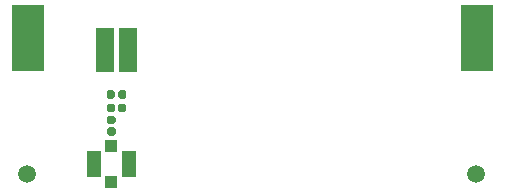
<source format=gbr>
%TF.GenerationSoftware,KiCad,Pcbnew,5.1.6+dfsg1-1~bpo10+1*%
%TF.CreationDate,2021-03-29T13:25:19-04:00*%
%TF.ProjectId,RUSP_Antenna,52555350-5f41-46e7-9465-6e6e612e6b69,rev?*%
%TF.SameCoordinates,Original*%
%TF.FileFunction,Soldermask,Top*%
%TF.FilePolarity,Negative*%
%FSLAX46Y46*%
G04 Gerber Fmt 4.6, Leading zero omitted, Abs format (unit mm)*
G04 Created by KiCad (PCBNEW 5.1.6+dfsg1-1~bpo10+1) date 2021-03-29 13:25:19*
%MOMM*%
%LPD*%
G01*
G04 APERTURE LIST*
%ADD10C,1.500000*%
%ADD11R,1.150000X2.300000*%
%ADD12R,1.100000X1.100000*%
%ADD13R,2.700000X5.700000*%
%ADD14R,1.500000X3.800000*%
G04 APERTURE END LIST*
%TO.C,C2*%
G36*
G01*
X133440000Y-98397500D02*
X133440000Y-98002500D01*
G75*
G02*
X133612500Y-97830000I172500J0D01*
G01*
X133957500Y-97830000D01*
G75*
G02*
X134130000Y-98002500I0J-172500D01*
G01*
X134130000Y-98397500D01*
G75*
G02*
X133957500Y-98570000I-172500J0D01*
G01*
X133612500Y-98570000D01*
G75*
G02*
X133440000Y-98397500I0J172500D01*
G01*
G37*
G36*
G01*
X132470000Y-98397500D02*
X132470000Y-98002500D01*
G75*
G02*
X132642500Y-97830000I172500J0D01*
G01*
X132987500Y-97830000D01*
G75*
G02*
X133160000Y-98002500I0J-172500D01*
G01*
X133160000Y-98397500D01*
G75*
G02*
X132987500Y-98570000I-172500J0D01*
G01*
X132642500Y-98570000D01*
G75*
G02*
X132470000Y-98397500I0J172500D01*
G01*
G37*
%TD*%
%TO.C,C1*%
G36*
G01*
X132652500Y-98870000D02*
X133047500Y-98870000D01*
G75*
G02*
X133220000Y-99042500I0J-172500D01*
G01*
X133220000Y-99387500D01*
G75*
G02*
X133047500Y-99560000I-172500J0D01*
G01*
X132652500Y-99560000D01*
G75*
G02*
X132480000Y-99387500I0J172500D01*
G01*
X132480000Y-99042500D01*
G75*
G02*
X132652500Y-98870000I172500J0D01*
G01*
G37*
G36*
G01*
X132652500Y-99840000D02*
X133047500Y-99840000D01*
G75*
G02*
X133220000Y-100012500I0J-172500D01*
G01*
X133220000Y-100357500D01*
G75*
G02*
X133047500Y-100530000I-172500J0D01*
G01*
X132652500Y-100530000D01*
G75*
G02*
X132480000Y-100357500I0J172500D01*
G01*
X132480000Y-100012500D01*
G75*
G02*
X132652500Y-99840000I172500J0D01*
G01*
G37*
%TD*%
D10*
%TO.C,FID1*%
X125750000Y-103750000D03*
%TD*%
%TO.C,FID2*%
X163750000Y-103750000D03*
%TD*%
D11*
%TO.C,J1*%
X134325000Y-102950000D03*
X131375000Y-102950000D03*
D12*
X132850000Y-104450000D03*
X132850000Y-101450000D03*
%TD*%
%TO.C,L1*%
G36*
G01*
X132470000Y-97247500D02*
X132470000Y-96852500D01*
G75*
G02*
X132642500Y-96680000I172500J0D01*
G01*
X132987500Y-96680000D01*
G75*
G02*
X133160000Y-96852500I0J-172500D01*
G01*
X133160000Y-97247500D01*
G75*
G02*
X132987500Y-97420000I-172500J0D01*
G01*
X132642500Y-97420000D01*
G75*
G02*
X132470000Y-97247500I0J172500D01*
G01*
G37*
G36*
G01*
X133440000Y-97247500D02*
X133440000Y-96852500D01*
G75*
G02*
X133612500Y-96680000I172500J0D01*
G01*
X133957500Y-96680000D01*
G75*
G02*
X134130000Y-96852500I0J-172500D01*
G01*
X134130000Y-97247500D01*
G75*
G02*
X133957500Y-97420000I-172500J0D01*
G01*
X133612500Y-97420000D01*
G75*
G02*
X133440000Y-97247500I0J172500D01*
G01*
G37*
%TD*%
D13*
%TO.C,AE1*%
X163800000Y-92250000D03*
D14*
X132300000Y-93250000D03*
D13*
X125800000Y-92250000D03*
D14*
X134300000Y-93250000D03*
%TD*%
M02*

</source>
